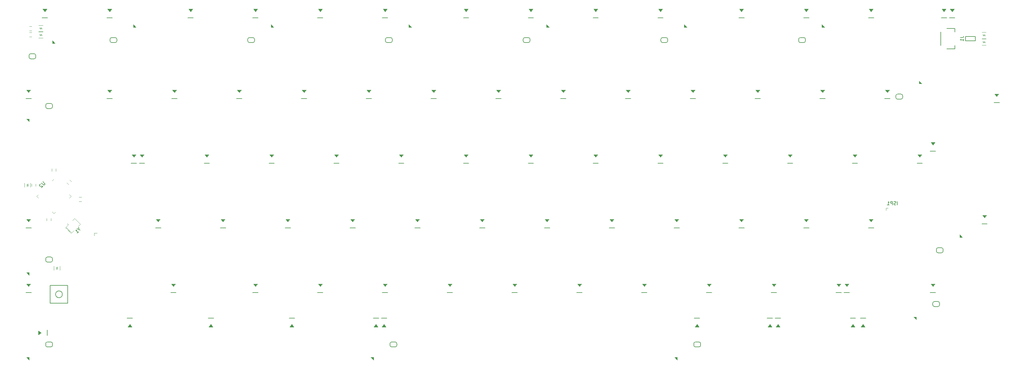
<source format=gbr>
%TF.GenerationSoftware,KiCad,Pcbnew,(5.1.10)-1*%
%TF.CreationDate,2022-05-03T20:22:29+07:00*%
%TF.ProjectId,75F,3735462e-6b69-4636-9164-5f7063625858,rev?*%
%TF.SameCoordinates,Original*%
%TF.FileFunction,Legend,Bot*%
%TF.FilePolarity,Positive*%
%FSLAX46Y46*%
G04 Gerber Fmt 4.6, Leading zero omitted, Abs format (unit mm)*
G04 Created by KiCad (PCBNEW (5.1.10)-1) date 2022-05-03 20:22:29*
%MOMM*%
%LPD*%
G01*
G04 APERTURE LIST*
%ADD10C,0.150000*%
%ADD11C,0.120000*%
%ADD12C,0.100000*%
G04 APERTURE END LIST*
D10*
%TO.C,SW1*%
X43239178Y-104854177D02*
X43239178Y-110054177D01*
X43239178Y-110054177D02*
X48439178Y-110054177D01*
X48439178Y-110054177D02*
X48439178Y-104854177D01*
X48439178Y-104854177D02*
X43239178Y-104854177D01*
X46839178Y-107454177D02*
G75*
G03*
X46839178Y-107454177I-1000000J0D01*
G01*
D11*
%TO.C,ISP1*%
X288905889Y-82073960D02*
X288905889Y-82708960D01*
X289540889Y-82073960D02*
X288905889Y-82073960D01*
%TO.C,R5*%
X46123864Y-100315095D02*
X46123864Y-99115095D01*
X44363864Y-99115095D02*
X44363864Y-100315095D01*
D12*
X45043864Y-99865095D02*
X45443864Y-99965095D01*
X45443864Y-99765095D02*
X45043864Y-99865095D01*
X45443864Y-99565095D02*
X45043864Y-99665095D01*
X45443864Y-99365095D02*
X45043864Y-99465095D01*
X45043864Y-99465095D02*
X45443864Y-99565095D01*
X45443864Y-99965095D02*
X45043864Y-100065095D01*
X45043864Y-99665095D02*
X45443864Y-99765095D01*
D11*
%TO.C,RGB14*%
X57031250Y-89425000D02*
X56181250Y-89425000D01*
X56181250Y-89425000D02*
X56181250Y-90175000D01*
D10*
%TO.C,D75*%
X280002266Y-114481544D02*
X278402266Y-114481544D01*
D12*
G36*
X279202266Y-116281544D02*
G01*
X278602266Y-117081544D01*
X279802266Y-117081544D01*
X279202266Y-116281544D01*
G37*
X279202266Y-116281544D02*
X278602266Y-117081544D01*
X279802266Y-117081544D01*
X279202266Y-116281544D01*
D10*
%TO.C,D11*%
X67475168Y-114481544D02*
X65875168Y-114481544D01*
D12*
G36*
X66675168Y-116281544D02*
G01*
X66075168Y-117081544D01*
X67275168Y-117081544D01*
X66675168Y-116281544D01*
G37*
X66675168Y-116281544D02*
X66075168Y-117081544D01*
X67275168Y-117081544D01*
X66675168Y-116281544D01*
D10*
%TO.C,D65*%
X255594392Y-114481544D02*
X253994392Y-114481544D01*
D12*
G36*
X254794392Y-116281544D02*
G01*
X254194392Y-117081544D01*
X255394392Y-117081544D01*
X254794392Y-116281544D01*
G37*
X254794392Y-116281544D02*
X254194392Y-117081544D01*
X255394392Y-117081544D01*
X254794392Y-116281544D01*
D10*
%TO.C,D4*%
X36109468Y-106975264D02*
X37709468Y-106975264D01*
D12*
G36*
X36909468Y-105175264D02*
G01*
X37509468Y-104375264D01*
X36309468Y-104375264D01*
X36909468Y-105175264D01*
G37*
X36909468Y-105175264D02*
X37509468Y-104375264D01*
X36309468Y-104375264D01*
X36909468Y-105175264D01*
D10*
%TO.C,D66*%
X139805819Y-114481544D02*
X138205819Y-114481544D01*
D12*
G36*
X139005819Y-116281544D02*
G01*
X138405819Y-117081544D01*
X139605819Y-117081544D01*
X139005819Y-116281544D01*
G37*
X139005819Y-116281544D02*
X138405819Y-117081544D01*
X139605819Y-117081544D01*
X139005819Y-116281544D01*
D10*
%TO.C,D5*%
X42383695Y-119565143D02*
X42383695Y-117965143D01*
D12*
G36*
X40583695Y-118765143D02*
G01*
X39783695Y-118165143D01*
X39783695Y-119365143D01*
X40583695Y-118765143D01*
G37*
X40583695Y-118765143D02*
X39783695Y-118165143D01*
X39783695Y-119365143D01*
X40583695Y-118765143D01*
D10*
%TO.C,D81*%
X282978836Y-114481544D02*
X281378836Y-114481544D01*
D12*
G36*
X282178836Y-116281544D02*
G01*
X281578836Y-117081544D01*
X282778836Y-117081544D01*
X282178836Y-116281544D01*
G37*
X282178836Y-116281544D02*
X281578836Y-117081544D01*
X282778836Y-117081544D01*
X282178836Y-116281544D01*
D10*
%TO.C,D83*%
X276616324Y-106975264D02*
X278216324Y-106975264D01*
D12*
G36*
X277416324Y-105175264D02*
G01*
X278016324Y-104375264D01*
X276816324Y-104375264D01*
X277416324Y-105175264D01*
G37*
X277416324Y-105175264D02*
X278016324Y-104375264D01*
X276816324Y-104375264D01*
X277416324Y-105175264D01*
D10*
%TO.C,D17*%
X91287728Y-114481544D02*
X89687728Y-114481544D01*
D12*
G36*
X90487728Y-116281544D02*
G01*
X89887728Y-117081544D01*
X91087728Y-117081544D01*
X90487728Y-116281544D01*
G37*
X90487728Y-116281544D02*
X89887728Y-117081544D01*
X91087728Y-117081544D01*
X90487728Y-116281544D01*
D10*
%TO.C,D23*%
X115100288Y-114481544D02*
X113500288Y-114481544D01*
D12*
G36*
X114300288Y-116281544D02*
G01*
X113700288Y-117081544D01*
X114900288Y-117081544D01*
X114300288Y-116281544D01*
G37*
X114300288Y-116281544D02*
X113700288Y-117081544D01*
X114900288Y-117081544D01*
X114300288Y-116281544D01*
D10*
%TO.C,D84*%
X301917169Y-106975264D02*
X303517169Y-106975264D01*
D12*
G36*
X302717169Y-105175264D02*
G01*
X303317169Y-104375264D01*
X302117169Y-104375264D01*
X302717169Y-105175264D01*
G37*
X302717169Y-105175264D02*
X303317169Y-104375264D01*
X302117169Y-104375264D01*
X302717169Y-105175264D01*
D10*
%TO.C,D80*%
X234163088Y-114481544D02*
X232563088Y-114481544D01*
D12*
G36*
X233363088Y-116281544D02*
G01*
X232763088Y-117081544D01*
X233963088Y-117081544D01*
X233363088Y-116281544D01*
G37*
X233363088Y-116281544D02*
X232763088Y-117081544D01*
X233963088Y-117081544D01*
X233363088Y-116281544D01*
D10*
%TO.C,D77*%
X320669560Y-51015748D02*
X322269560Y-51015748D01*
D12*
G36*
X321469560Y-49215748D02*
G01*
X322069560Y-48415748D01*
X320869560Y-48415748D01*
X321469560Y-49215748D01*
G37*
X321469560Y-49215748D02*
X322069560Y-48415748D01*
X320869560Y-48415748D01*
X321469560Y-49215748D01*
D10*
%TO.C,D71*%
X257975648Y-114481544D02*
X256375648Y-114481544D01*
D12*
G36*
X257175648Y-116281544D02*
G01*
X256575648Y-117081544D01*
X257775648Y-117081544D01*
X257175648Y-116281544D01*
G37*
X257175648Y-116281544D02*
X256575648Y-117081544D01*
X257775648Y-117081544D01*
X257175648Y-116281544D01*
D10*
%TO.C,D39*%
X142187075Y-114481544D02*
X140587075Y-114481544D01*
D12*
G36*
X141387075Y-116281544D02*
G01*
X140787075Y-117081544D01*
X141987075Y-117081544D01*
X141387075Y-116281544D01*
G37*
X141387075Y-116281544D02*
X140787075Y-117081544D01*
X141987075Y-117081544D01*
X141387075Y-116281544D01*
D10*
%TO.C,U1*%
X315180478Y-31496956D02*
X315180478Y-32796956D01*
X312280478Y-31496956D02*
X315180478Y-31496956D01*
X312280478Y-32796956D02*
X312280478Y-31496956D01*
X312280478Y-32796956D02*
X315180478Y-32796956D01*
D11*
%TO.C,Y1*%
X48026477Y-88062029D02*
X47743634Y-87779186D01*
X48167898Y-87920608D02*
X47885056Y-87637765D01*
X50713483Y-85375023D02*
X50430640Y-85092181D01*
X49440691Y-89476243D02*
X48026477Y-88062029D01*
X48592162Y-86930658D02*
X48309320Y-86647816D01*
X48592162Y-86930658D02*
X47885056Y-87637765D01*
X48167898Y-87920608D02*
X49582112Y-89334821D01*
X49582112Y-89334821D02*
X50289219Y-88627715D01*
X51562011Y-87354922D02*
X52127696Y-86789237D01*
X52127696Y-86789237D02*
X50713483Y-85375023D01*
X50430640Y-85092181D02*
X49864955Y-85657866D01*
D12*
%TO.C,R2*%
X40531420Y-28870435D02*
X40431420Y-29270435D01*
X40231420Y-29270435D02*
X40131420Y-28870435D01*
X40731420Y-28870435D02*
X40631420Y-29270435D01*
X40831420Y-29270435D02*
X40731420Y-28870435D01*
X40631420Y-29270435D02*
X40531420Y-28870435D01*
X40431420Y-29270435D02*
X40331420Y-28870435D01*
X40331420Y-28870435D02*
X40231420Y-29270435D01*
D11*
X41081420Y-28190435D02*
X39881420Y-28190435D01*
X39881420Y-29950435D02*
X41081420Y-29950435D01*
%TO.C,R1*%
X41081420Y-30176380D02*
X39881420Y-30176380D01*
X39881420Y-31936380D02*
X41081420Y-31936380D01*
D12*
X40631420Y-31256380D02*
X40731420Y-30856380D01*
X40531420Y-30856380D02*
X40631420Y-31256380D01*
X40331420Y-30856380D02*
X40431420Y-31256380D01*
X40131420Y-30856380D02*
X40231420Y-31256380D01*
X40231420Y-31256380D02*
X40331420Y-30856380D01*
X40731420Y-30856380D02*
X40831420Y-31256380D01*
X40431420Y-31256380D02*
X40531420Y-30856380D01*
D11*
%TO.C,C9*%
X37154845Y-29770435D02*
X37854845Y-29770435D01*
X37854845Y-28570435D02*
X37154845Y-28570435D01*
%TO.C,C8*%
X37854845Y-30356380D02*
X37154845Y-30356380D01*
X37154845Y-31556380D02*
X37854845Y-31556380D01*
D10*
%TO.C,D20*%
X107547330Y-68875280D02*
X109147330Y-68875280D01*
D12*
G36*
X108347330Y-67075280D02*
G01*
X108947330Y-66275280D01*
X107747330Y-66275280D01*
X108347330Y-67075280D01*
G37*
X108347330Y-67075280D02*
X108947330Y-66275280D01*
X107747330Y-66275280D01*
X108347330Y-67075280D01*
D10*
%TO.C,D15*%
X93259770Y-87925360D02*
X94859770Y-87925360D01*
D12*
G36*
X94059770Y-86125360D02*
G01*
X94659770Y-85325360D01*
X93459770Y-85325360D01*
X94059770Y-86125360D01*
G37*
X94059770Y-86125360D02*
X94659770Y-85325360D01*
X93459770Y-85325360D01*
X94059770Y-86125360D01*
D10*
%TO.C,D37*%
X169460090Y-87925360D02*
X171060090Y-87925360D01*
D12*
G36*
X170260090Y-86125360D02*
G01*
X170860090Y-85325360D01*
X169660090Y-85325360D01*
X170260090Y-86125360D01*
G37*
X170260090Y-86125360D02*
X170860090Y-85325360D01*
X169660090Y-85325360D01*
X170260090Y-86125360D01*
D10*
%TO.C,D52*%
X221847810Y-68875280D02*
X223447810Y-68875280D01*
D12*
G36*
X222647810Y-67075280D02*
G01*
X223247810Y-66275280D01*
X222047810Y-66275280D01*
X222647810Y-67075280D01*
G37*
X222647810Y-67075280D02*
X223247810Y-66275280D01*
X222047810Y-66275280D01*
X222647810Y-67075280D01*
D10*
%TO.C,D54*%
X236135370Y-106975440D02*
X237735370Y-106975440D01*
D12*
G36*
X236935370Y-105175440D02*
G01*
X237535370Y-104375440D01*
X236335370Y-104375440D01*
X236935370Y-105175440D01*
G37*
X236935370Y-105175440D02*
X237535370Y-104375440D01*
X236335370Y-104375440D01*
X236935370Y-105175440D01*
D10*
%TO.C,D31*%
X145647490Y-68875280D02*
X147247490Y-68875280D01*
D12*
G36*
X146447490Y-67075280D02*
G01*
X147047490Y-66275280D01*
X145847490Y-66275280D01*
X146447490Y-67075280D01*
G37*
X146447490Y-67075280D02*
X147047490Y-66275280D01*
X145847490Y-66275280D01*
X146447490Y-67075280D01*
D10*
%TO.C,D38*%
X178985130Y-106975440D02*
X180585130Y-106975440D01*
D12*
G36*
X179785130Y-105175440D02*
G01*
X180385130Y-104375440D01*
X179185130Y-104375440D01*
X179785130Y-105175440D01*
G37*
X179785130Y-105175440D02*
X180385130Y-104375440D01*
X179185130Y-104375440D01*
X179785130Y-105175440D01*
D10*
%TO.C,D49*%
X217085290Y-106975440D02*
X218685290Y-106975440D01*
D12*
G36*
X217885290Y-105175440D02*
G01*
X218485290Y-104375440D01*
X217285290Y-104375440D01*
X217885290Y-105175440D01*
G37*
X217885290Y-105175440D02*
X218485290Y-104375440D01*
X217285290Y-104375440D01*
X217885290Y-105175440D01*
D11*
%TO.C,C5*%
X52439975Y-78874419D02*
X51739975Y-78874419D01*
X51739975Y-80074419D02*
X52439975Y-80074419D01*
D10*
%TO.C,D9*%
X74209690Y-87925360D02*
X75809690Y-87925360D01*
D12*
G36*
X75009690Y-86125360D02*
G01*
X75609690Y-85325360D01*
X74409690Y-85325360D01*
X75009690Y-86125360D01*
G37*
X75009690Y-86125360D02*
X75609690Y-85325360D01*
X74409690Y-85325360D01*
X75009690Y-86125360D01*
D10*
%TO.C,D2*%
X69446875Y-68875000D02*
X71046875Y-68875000D01*
D12*
G36*
X70246875Y-67075000D02*
G01*
X70846875Y-66275000D01*
X69646875Y-66275000D01*
X70246875Y-67075000D01*
G37*
X70246875Y-67075000D02*
X70846875Y-66275000D01*
X69646875Y-66275000D01*
X70246875Y-67075000D01*
D11*
%TO.C,C6*%
X49487499Y-74237473D02*
X48992525Y-73742499D01*
X48143997Y-74591027D02*
X48638971Y-75086001D01*
D10*
%TO.C,D3*%
X36109468Y-87925216D02*
X37709468Y-87925216D01*
D12*
G36*
X36909468Y-86125216D02*
G01*
X37509468Y-85325216D01*
X36309468Y-85325216D01*
X36909468Y-86125216D01*
G37*
X36909468Y-86125216D02*
X37509468Y-85325216D01*
X36309468Y-85325216D01*
X36909468Y-86125216D01*
D10*
%TO.C,D14*%
X88497250Y-68875280D02*
X90097250Y-68875280D01*
D12*
G36*
X89297250Y-67075280D02*
G01*
X89897250Y-66275280D01*
X88697250Y-66275280D01*
X89297250Y-67075280D01*
G37*
X89297250Y-67075280D02*
X89897250Y-66275280D01*
X88697250Y-66275280D01*
X89297250Y-67075280D01*
D10*
%TO.C,D27*%
X131359930Y-87925360D02*
X132959930Y-87925360D01*
D12*
G36*
X132159930Y-86125360D02*
G01*
X132759930Y-85325360D01*
X131559930Y-85325360D01*
X132159930Y-86125360D01*
G37*
X132159930Y-86125360D02*
X132759930Y-85325360D01*
X131559930Y-85325360D01*
X132159930Y-86125360D01*
D11*
%TO.C,C1*%
X43750893Y-70492366D02*
X43750893Y-71192366D01*
X44950893Y-71192366D02*
X44950893Y-70492366D01*
%TO.C,C7*%
X37797753Y-74957221D02*
X37797753Y-75657221D01*
X38997753Y-75657221D02*
X38997753Y-74957221D01*
D10*
%TO.C,D10*%
X78674419Y-106975264D02*
X80274419Y-106975264D01*
D12*
G36*
X79474419Y-105175264D02*
G01*
X80074419Y-104375264D01*
X78874419Y-104375264D01*
X79474419Y-105175264D01*
G37*
X79474419Y-105175264D02*
X80074419Y-104375264D01*
X78874419Y-104375264D01*
X79474419Y-105175264D01*
D10*
%TO.C,D26*%
X126597410Y-68875280D02*
X128197410Y-68875280D01*
D12*
G36*
X127397410Y-67075280D02*
G01*
X127997410Y-66275280D01*
X126797410Y-66275280D01*
X127397410Y-67075280D01*
G37*
X127397410Y-67075280D02*
X127997410Y-66275280D01*
X126797410Y-66275280D01*
X127397410Y-67075280D01*
D10*
%TO.C,D32*%
X150410010Y-87925360D02*
X152010010Y-87925360D01*
D12*
G36*
X151210010Y-86125360D02*
G01*
X151810010Y-85325360D01*
X150610010Y-85325360D01*
X151210010Y-86125360D01*
G37*
X151210010Y-86125360D02*
X151810010Y-85325360D01*
X150610010Y-85325360D01*
X151210010Y-86125360D01*
D10*
%TO.C,D33*%
X159935050Y-106975440D02*
X161535050Y-106975440D01*
D12*
G36*
X160735050Y-105175440D02*
G01*
X161335050Y-104375440D01*
X160135050Y-104375440D01*
X160735050Y-105175440D01*
G37*
X160735050Y-105175440D02*
X161335050Y-104375440D01*
X160135050Y-104375440D01*
X160735050Y-105175440D01*
D10*
%TO.C,D42*%
X183747650Y-68875280D02*
X185347650Y-68875280D01*
D12*
G36*
X184547650Y-67075280D02*
G01*
X185147650Y-66275280D01*
X183947650Y-66275280D01*
X184547650Y-67075280D01*
G37*
X184547650Y-67075280D02*
X185147650Y-66275280D01*
X183947650Y-66275280D01*
X184547650Y-67075280D01*
D10*
%TO.C,D43*%
X188510170Y-87925360D02*
X190110170Y-87925360D01*
D12*
G36*
X189310170Y-86125360D02*
G01*
X189910170Y-85325360D01*
X188710170Y-85325360D01*
X189310170Y-86125360D01*
G37*
X189310170Y-86125360D02*
X189910170Y-85325360D01*
X188710170Y-85325360D01*
X189310170Y-86125360D01*
D10*
%TO.C,D36*%
X164697570Y-68875280D02*
X166297570Y-68875280D01*
D12*
G36*
X165497570Y-67075280D02*
G01*
X166097570Y-66275280D01*
X164897570Y-66275280D01*
X165497570Y-67075280D01*
G37*
X165497570Y-67075280D02*
X166097570Y-66275280D01*
X164897570Y-66275280D01*
X165497570Y-67075280D01*
D11*
%TO.C,C4*%
X43462608Y-85777559D02*
X43462608Y-85077559D01*
X42262608Y-85077559D02*
X42262608Y-85777559D01*
D10*
%TO.C,D1*%
X36109530Y-49825200D02*
X37709530Y-49825200D01*
D12*
G36*
X36909530Y-48025200D02*
G01*
X37509530Y-47225200D01*
X36309530Y-47225200D01*
X36909530Y-48025200D01*
G37*
X36909530Y-48025200D02*
X37509530Y-47225200D01*
X36309530Y-47225200D01*
X36909530Y-48025200D01*
D10*
%TO.C,D8*%
X67065625Y-68875000D02*
X68665625Y-68875000D01*
D12*
G36*
X67865625Y-67075000D02*
G01*
X68465625Y-66275000D01*
X67265625Y-66275000D01*
X67865625Y-67075000D01*
G37*
X67865625Y-67075000D02*
X68465625Y-66275000D01*
X67265625Y-66275000D01*
X67865625Y-67075000D01*
D10*
%TO.C,D16*%
X102784810Y-106975440D02*
X104384810Y-106975440D01*
D12*
G36*
X103584810Y-105175440D02*
G01*
X104184810Y-104375440D01*
X102984810Y-104375440D01*
X103584810Y-105175440D01*
G37*
X103584810Y-105175440D02*
X104184810Y-104375440D01*
X102984810Y-104375440D01*
X103584810Y-105175440D01*
D10*
%TO.C,D21*%
X112309850Y-87925360D02*
X113909850Y-87925360D01*
D12*
G36*
X113109850Y-86125360D02*
G01*
X113709850Y-85325360D01*
X112509850Y-85325360D01*
X113109850Y-86125360D01*
G37*
X113109850Y-86125360D02*
X113709850Y-85325360D01*
X112509850Y-85325360D01*
X113109850Y-86125360D01*
D10*
%TO.C,D22*%
X121834890Y-106975440D02*
X123434890Y-106975440D01*
D12*
G36*
X122634890Y-105175440D02*
G01*
X123234890Y-104375440D01*
X122034890Y-104375440D01*
X122634890Y-105175440D01*
G37*
X122634890Y-105175440D02*
X123234890Y-104375440D01*
X122034890Y-104375440D01*
X122634890Y-105175440D01*
D10*
%TO.C,D28*%
X140884970Y-106975440D02*
X142484970Y-106975440D01*
D12*
G36*
X141684970Y-105175440D02*
G01*
X142284970Y-104375440D01*
X141084970Y-104375440D01*
X141684970Y-105175440D01*
G37*
X141684970Y-105175440D02*
X142284970Y-104375440D01*
X141084970Y-104375440D01*
X141684970Y-105175440D01*
D10*
%TO.C,D44*%
X198035210Y-106975440D02*
X199635210Y-106975440D01*
D12*
G36*
X198835210Y-105175440D02*
G01*
X199435210Y-104375440D01*
X198235210Y-104375440D01*
X198835210Y-105175440D01*
G37*
X198835210Y-105175440D02*
X199435210Y-104375440D01*
X198235210Y-104375440D01*
X198835210Y-105175440D01*
D10*
%TO.C,D47*%
X202797730Y-68875280D02*
X204397730Y-68875280D01*
D12*
G36*
X203597730Y-67075280D02*
G01*
X204197730Y-66275280D01*
X202997730Y-66275280D01*
X203597730Y-67075280D01*
G37*
X203597730Y-67075280D02*
X204197730Y-66275280D01*
X202997730Y-66275280D01*
X203597730Y-67075280D01*
D10*
%TO.C,D48*%
X207560250Y-87925360D02*
X209160250Y-87925360D01*
D12*
G36*
X208360250Y-86125360D02*
G01*
X208960250Y-85325360D01*
X207760250Y-85325360D01*
X208360250Y-86125360D01*
G37*
X208360250Y-86125360D02*
X208960250Y-85325360D01*
X207760250Y-85325360D01*
X208360250Y-86125360D01*
D10*
%TO.C,D53*%
X226610330Y-87925360D02*
X228210330Y-87925360D01*
D12*
G36*
X227410330Y-86125360D02*
G01*
X228010330Y-85325360D01*
X226810330Y-85325360D01*
X227410330Y-86125360D01*
G37*
X227410330Y-86125360D02*
X228010330Y-85325360D01*
X226810330Y-85325360D01*
X227410330Y-86125360D01*
D10*
%TO.C,D58*%
X245660410Y-87925360D02*
X247260410Y-87925360D01*
D12*
G36*
X246460410Y-86125360D02*
G01*
X247060410Y-85325360D01*
X245860410Y-85325360D01*
X246460410Y-86125360D01*
G37*
X246460410Y-86125360D02*
X247060410Y-85325360D01*
X245860410Y-85325360D01*
X246460410Y-86125360D01*
D10*
%TO.C,D64*%
X274235530Y-106975440D02*
X275835530Y-106975440D01*
D12*
G36*
X275035530Y-105175440D02*
G01*
X275635530Y-104375440D01*
X274435530Y-104375440D01*
X275035530Y-105175440D01*
G37*
X275035530Y-105175440D02*
X275635530Y-104375440D01*
X274435530Y-104375440D01*
X275035530Y-105175440D01*
D10*
%TO.C,D69*%
X278998050Y-68875280D02*
X280598050Y-68875280D01*
D12*
G36*
X279798050Y-67075280D02*
G01*
X280398050Y-66275280D01*
X279198050Y-66275280D01*
X279798050Y-67075280D01*
G37*
X279798050Y-67075280D02*
X280398050Y-66275280D01*
X279198050Y-66275280D01*
X279798050Y-67075280D01*
D10*
%TO.C,D59*%
X255185450Y-106975440D02*
X256785450Y-106975440D01*
D12*
G36*
X255985450Y-105175440D02*
G01*
X256585450Y-104375440D01*
X255385450Y-104375440D01*
X255985450Y-105175440D01*
G37*
X255985450Y-105175440D02*
X256585450Y-104375440D01*
X255385450Y-104375440D01*
X255985450Y-105175440D01*
D10*
%TO.C,D63*%
X264710490Y-87925360D02*
X266310490Y-87925360D01*
D12*
G36*
X265510490Y-86125360D02*
G01*
X266110490Y-85325360D01*
X264910490Y-85325360D01*
X265510490Y-86125360D01*
G37*
X265510490Y-86125360D02*
X266110490Y-85325360D01*
X264910490Y-85325360D01*
X265510490Y-86125360D01*
D10*
%TO.C,D70*%
X283760570Y-87925360D02*
X285360570Y-87925360D01*
D12*
G36*
X284560570Y-86125360D02*
G01*
X285160570Y-85325360D01*
X283960570Y-85325360D01*
X284560570Y-86125360D01*
G37*
X284560570Y-86125360D02*
X285160570Y-85325360D01*
X283960570Y-85325360D01*
X284560570Y-86125360D01*
D10*
%TO.C,D74*%
X298048130Y-68875280D02*
X299648130Y-68875280D01*
D12*
G36*
X298848130Y-67075280D02*
G01*
X299448130Y-66275280D01*
X298248130Y-66275280D01*
X298848130Y-67075280D01*
G37*
X298848130Y-67075280D02*
X299448130Y-66275280D01*
X298248130Y-66275280D01*
X298848130Y-67075280D01*
D10*
%TO.C,D78*%
X301917169Y-65303284D02*
X303517169Y-65303284D01*
D12*
G36*
X302717169Y-63503284D02*
G01*
X303317169Y-62703284D01*
X302117169Y-62703284D01*
X302717169Y-63503284D01*
G37*
X302717169Y-63503284D02*
X303317169Y-62703284D01*
X302117169Y-62703284D01*
X302717169Y-63503284D01*
D10*
%TO.C,D79*%
X317098210Y-86734730D02*
X318698210Y-86734730D01*
D12*
G36*
X317898210Y-84934730D02*
G01*
X318498210Y-84134730D01*
X317298210Y-84134730D01*
X317898210Y-84934730D01*
G37*
X317898210Y-84934730D02*
X318498210Y-84134730D01*
X317298210Y-84134730D01*
X317898210Y-84934730D01*
%TO.C,D82*%
G36*
X41672050Y-24212600D02*
G01*
X42272050Y-23412600D01*
X41072050Y-23412600D01*
X41672050Y-24212600D01*
G37*
X41672050Y-24212600D02*
X42272050Y-23412600D01*
X41072050Y-23412600D01*
X41672050Y-24212600D01*
D10*
X40872050Y-26012600D02*
X42472050Y-26012600D01*
%TO.C,D62*%
X259947970Y-68875280D02*
X261547970Y-68875280D01*
D12*
G36*
X260747970Y-67075280D02*
G01*
X261347970Y-66275280D01*
X260147970Y-66275280D01*
X260747970Y-67075280D01*
G37*
X260747970Y-67075280D02*
X261347970Y-66275280D01*
X260147970Y-66275280D01*
X260747970Y-67075280D01*
D10*
%TO.C,D57*%
X240897890Y-68875280D02*
X242497890Y-68875280D01*
D12*
G36*
X241697890Y-67075280D02*
G01*
X242297890Y-66275280D01*
X241097890Y-66275280D01*
X241697890Y-67075280D01*
G37*
X241697890Y-67075280D02*
X242297890Y-66275280D01*
X241097890Y-66275280D01*
X241697890Y-67075280D01*
%TO.C,R4*%
X317780478Y-32946956D02*
X317680478Y-33346956D01*
X317480478Y-33346956D02*
X317380478Y-32946956D01*
X317980478Y-32946956D02*
X317880478Y-33346956D01*
X318080478Y-33346956D02*
X317980478Y-32946956D01*
X317880478Y-33346956D02*
X317780478Y-32946956D01*
X317680478Y-33346956D02*
X317580478Y-32946956D01*
X317580478Y-32946956D02*
X317480478Y-33346956D01*
D11*
X318330478Y-32266956D02*
X317130478Y-32266956D01*
X317130478Y-34026956D02*
X318330478Y-34026956D01*
D10*
%TO.C,RGB8*%
X143634970Y-122975520D02*
X144634970Y-122975520D01*
X145134970Y-122475520D02*
X145134970Y-121975520D01*
X144634970Y-121475520D02*
X143634970Y-121475520D01*
X143134970Y-121975520D02*
X143134970Y-122475520D01*
D12*
G36*
X137484970Y-126025520D02*
G01*
X138284970Y-126025520D01*
X138284970Y-126825520D01*
X137484970Y-126025520D01*
G37*
X137484970Y-126025520D02*
X138284970Y-126025520D01*
X138284970Y-126825520D01*
X137484970Y-126025520D01*
D10*
X144634970Y-122975520D02*
G75*
G03*
X145134970Y-122475520I0J500000D01*
G01*
X143134970Y-122475520D02*
G75*
G03*
X143634970Y-122975520I500000J0D01*
G01*
X143634970Y-121475520D02*
G75*
G03*
X143134970Y-121975520I0J-500000D01*
G01*
X145134970Y-121975520D02*
G75*
G03*
X144634970Y-121475520I-500000J0D01*
G01*
%TO.C,RGB15*%
X293326240Y-48475200D02*
X292326240Y-48475200D01*
X291826240Y-48975200D02*
X291826240Y-49475200D01*
X292326240Y-49975200D02*
X293326240Y-49975200D01*
X293826240Y-49475200D02*
X293826240Y-48975200D01*
D12*
G36*
X299476240Y-45425200D02*
G01*
X298676240Y-45425200D01*
X298676240Y-44625200D01*
X299476240Y-45425200D01*
G37*
X299476240Y-45425200D02*
X298676240Y-45425200D01*
X298676240Y-44625200D01*
X299476240Y-45425200D01*
D10*
X292326240Y-48475200D02*
G75*
G03*
X291826240Y-48975200I0J-500000D01*
G01*
X293826240Y-48975200D02*
G75*
G03*
X293326240Y-48475200I-500000J0D01*
G01*
X293326240Y-49975200D02*
G75*
G03*
X293826240Y-49475200I0J500000D01*
G01*
X291826240Y-49475200D02*
G75*
G03*
X292326240Y-49975200I500000J0D01*
G01*
%TO.C,RGB16*%
X305232540Y-93719140D02*
X304232540Y-93719140D01*
X303732540Y-94219140D02*
X303732540Y-94719140D01*
X304232540Y-95219140D02*
X305232540Y-95219140D01*
X305732540Y-94719140D02*
X305732540Y-94219140D01*
D12*
G36*
X311382540Y-90669140D02*
G01*
X310582540Y-90669140D01*
X310582540Y-89869140D01*
X311382540Y-90669140D01*
G37*
X311382540Y-90669140D02*
X310582540Y-90669140D01*
X310582540Y-89869140D01*
X311382540Y-90669140D01*
D10*
X304232540Y-93719140D02*
G75*
G03*
X303732540Y-94219140I0J-500000D01*
G01*
X305732540Y-94219140D02*
G75*
G03*
X305232540Y-93719140I-500000J0D01*
G01*
X305232540Y-95219140D02*
G75*
G03*
X305732540Y-94719140I0J500000D01*
G01*
X303732540Y-94719140D02*
G75*
G03*
X304232540Y-95219140I500000J0D01*
G01*
D12*
%TO.C,R3*%
X317780478Y-30946956D02*
X317680478Y-31346956D01*
X317480478Y-31346956D02*
X317380478Y-30946956D01*
X317980478Y-30946956D02*
X317880478Y-31346956D01*
X318080478Y-31346956D02*
X317980478Y-30946956D01*
X317880478Y-31346956D02*
X317780478Y-30946956D01*
X317680478Y-31346956D02*
X317580478Y-30946956D01*
X317580478Y-30946956D02*
X317480478Y-31346956D01*
D11*
X318330478Y-30266956D02*
X317130478Y-30266956D01*
X317130478Y-32026956D02*
X318330478Y-32026956D01*
D12*
%TO.C,R6*%
X36411811Y-75257221D02*
X36811811Y-75357221D01*
X36811811Y-75557221D02*
X36411811Y-75657221D01*
X36411811Y-75057221D02*
X36811811Y-75157221D01*
X36811811Y-74957221D02*
X36411811Y-75057221D01*
X36811811Y-75157221D02*
X36411811Y-75257221D01*
X36811811Y-75357221D02*
X36411811Y-75457221D01*
X36411811Y-75457221D02*
X36811811Y-75557221D01*
D11*
X35731811Y-74707221D02*
X35731811Y-75907221D01*
X37491811Y-75907221D02*
X37491811Y-74707221D01*
D10*
%TO.C,RGB6*%
X42431420Y-122975520D02*
X43431420Y-122975520D01*
X43931420Y-122475520D02*
X43931420Y-121975520D01*
X43431420Y-121475520D02*
X42431420Y-121475520D01*
X41931420Y-121975520D02*
X41931420Y-122475520D01*
D12*
G36*
X36281420Y-126025520D02*
G01*
X37081420Y-126025520D01*
X37081420Y-126825520D01*
X36281420Y-126025520D01*
G37*
X36281420Y-126025520D02*
X37081420Y-126025520D01*
X37081420Y-126825520D01*
X36281420Y-126025520D01*
D10*
X43431420Y-122975520D02*
G75*
G03*
X43931420Y-122475520I0J500000D01*
G01*
X41931420Y-122475520D02*
G75*
G03*
X42431420Y-122975520I500000J0D01*
G01*
X42431420Y-121475520D02*
G75*
G03*
X41931420Y-121975520I0J-500000D01*
G01*
X43931420Y-121975520D02*
G75*
G03*
X43431420Y-121475520I-500000J0D01*
G01*
%TO.C,RGB10*%
X232932220Y-122975520D02*
X233932220Y-122975520D01*
X234432220Y-122475520D02*
X234432220Y-121975520D01*
X233932220Y-121475520D02*
X232932220Y-121475520D01*
X232432220Y-121975520D02*
X232432220Y-122475520D01*
D12*
G36*
X226782220Y-126025520D02*
G01*
X227582220Y-126025520D01*
X227582220Y-126825520D01*
X226782220Y-126025520D01*
G37*
X226782220Y-126025520D02*
X227582220Y-126025520D01*
X227582220Y-126825520D01*
X226782220Y-126025520D01*
D10*
X233932220Y-122975520D02*
G75*
G03*
X234432220Y-122475520I0J500000D01*
G01*
X232432220Y-122475520D02*
G75*
G03*
X232932220Y-122975520I500000J0D01*
G01*
X232932220Y-121475520D02*
G75*
G03*
X232432220Y-121975520I0J-500000D01*
G01*
X234432220Y-121975520D02*
G75*
G03*
X233932220Y-121475520I-500000J0D01*
G01*
D12*
%TO.C,RGB4*%
G36*
X36281420Y-101022290D02*
G01*
X37081420Y-101022290D01*
X37081420Y-101822290D01*
X36281420Y-101022290D01*
G37*
X36281420Y-101022290D02*
X37081420Y-101022290D01*
X37081420Y-101822290D01*
X36281420Y-101022290D01*
D10*
X41931420Y-96972290D02*
X41931420Y-97472290D01*
X43431420Y-96472290D02*
X42431420Y-96472290D01*
X43931420Y-97472290D02*
X43931420Y-96972290D01*
X42431420Y-97972290D02*
X43431420Y-97972290D01*
X43931420Y-96972290D02*
G75*
G03*
X43431420Y-96472290I-500000J0D01*
G01*
X42431420Y-96472290D02*
G75*
G03*
X41931420Y-96972290I0J-500000D01*
G01*
X41931420Y-97472290D02*
G75*
G03*
X42431420Y-97972290I500000J0D01*
G01*
X43431420Y-97972290D02*
G75*
G03*
X43931420Y-97472290I0J500000D01*
G01*
%TO.C,RGB12*%
X303179390Y-111069220D02*
X304179390Y-111069220D01*
X304679390Y-110569220D02*
X304679390Y-110069220D01*
X304179390Y-109569220D02*
X303179390Y-109569220D01*
X302679390Y-110069220D02*
X302679390Y-110569220D01*
D12*
G36*
X297029390Y-114119220D02*
G01*
X297829390Y-114119220D01*
X297829390Y-114919220D01*
X297029390Y-114119220D01*
G37*
X297029390Y-114119220D02*
X297829390Y-114119220D01*
X297829390Y-114919220D01*
X297029390Y-114119220D01*
D10*
X304179390Y-111069220D02*
G75*
G03*
X304679390Y-110569220I0J500000D01*
G01*
X302679390Y-110569220D02*
G75*
G03*
X303179390Y-111069220I500000J0D01*
G01*
X303179390Y-109569220D02*
G75*
G03*
X302679390Y-110069220I0J-500000D01*
G01*
X304679390Y-110069220D02*
G75*
G03*
X304179390Y-109569220I-500000J0D01*
G01*
%TO.C,RGB2*%
X42431420Y-52728350D02*
X43431420Y-52728350D01*
X43931420Y-52228350D02*
X43931420Y-51728350D01*
X43431420Y-51228350D02*
X42431420Y-51228350D01*
X41931420Y-51728350D02*
X41931420Y-52228350D01*
D12*
G36*
X36281420Y-55778350D02*
G01*
X37081420Y-55778350D01*
X37081420Y-56578350D01*
X36281420Y-55778350D01*
G37*
X36281420Y-55778350D02*
X37081420Y-55778350D01*
X37081420Y-56578350D01*
X36281420Y-55778350D01*
D10*
X43431420Y-52728350D02*
G75*
G03*
X43931420Y-52228350I0J500000D01*
G01*
X41931420Y-52228350D02*
G75*
G03*
X42431420Y-52728350I500000J0D01*
G01*
X42431420Y-51228350D02*
G75*
G03*
X41931420Y-51728350I0J-500000D01*
G01*
X43931420Y-51728350D02*
G75*
G03*
X43431420Y-51228350I-500000J0D01*
G01*
D12*
%TO.C,RGB13*%
G36*
X270900000Y-28756250D02*
G01*
X270100000Y-28756250D01*
X270100000Y-27956250D01*
X270900000Y-28756250D01*
G37*
X270900000Y-28756250D02*
X270100000Y-28756250D01*
X270100000Y-27956250D01*
X270900000Y-28756250D01*
D10*
X265250000Y-32806250D02*
X265250000Y-32306250D01*
X263750000Y-33306250D02*
X264750000Y-33306250D01*
X263250000Y-32306250D02*
X263250000Y-32806250D01*
X264750000Y-31806250D02*
X263750000Y-31806250D01*
X263750000Y-31806250D02*
G75*
G03*
X263250000Y-32306250I0J-500000D01*
G01*
X265250000Y-32306250D02*
G75*
G03*
X264750000Y-31806250I-500000J0D01*
G01*
X264750000Y-33306250D02*
G75*
G03*
X265250000Y-32806250I0J500000D01*
G01*
X263250000Y-32806250D02*
G75*
G03*
X263750000Y-33306250I500000J0D01*
G01*
D12*
%TO.C,RGB11*%
G36*
X230418750Y-28756250D02*
G01*
X229618750Y-28756250D01*
X229618750Y-27956250D01*
X230418750Y-28756250D01*
G37*
X230418750Y-28756250D02*
X229618750Y-28756250D01*
X229618750Y-27956250D01*
X230418750Y-28756250D01*
D10*
X224768750Y-32806250D02*
X224768750Y-32306250D01*
X223268750Y-33306250D02*
X224268750Y-33306250D01*
X222768750Y-32306250D02*
X222768750Y-32806250D01*
X224268750Y-31806250D02*
X223268750Y-31806250D01*
X223268750Y-31806250D02*
G75*
G03*
X222768750Y-32306250I0J-500000D01*
G01*
X224768750Y-32306250D02*
G75*
G03*
X224268750Y-31806250I-500000J0D01*
G01*
X224268750Y-33306250D02*
G75*
G03*
X224768750Y-32806250I0J500000D01*
G01*
X222768750Y-32806250D02*
G75*
G03*
X223268750Y-33306250I500000J0D01*
G01*
D12*
%TO.C,RGB9*%
G36*
X189937500Y-28756250D02*
G01*
X189137500Y-28756250D01*
X189137500Y-27956250D01*
X189937500Y-28756250D01*
G37*
X189937500Y-28756250D02*
X189137500Y-28756250D01*
X189137500Y-27956250D01*
X189937500Y-28756250D01*
D10*
X184287500Y-32806250D02*
X184287500Y-32306250D01*
X182787500Y-33306250D02*
X183787500Y-33306250D01*
X182287500Y-32306250D02*
X182287500Y-32806250D01*
X183787500Y-31806250D02*
X182787500Y-31806250D01*
X182787500Y-31806250D02*
G75*
G03*
X182287500Y-32306250I0J-500000D01*
G01*
X184287500Y-32306250D02*
G75*
G03*
X183787500Y-31806250I-500000J0D01*
G01*
X183787500Y-33306250D02*
G75*
G03*
X184287500Y-32806250I0J500000D01*
G01*
X182287500Y-32806250D02*
G75*
G03*
X182787500Y-33306250I500000J0D01*
G01*
D12*
%TO.C,RGB7*%
G36*
X149456250Y-28756250D02*
G01*
X148656250Y-28756250D01*
X148656250Y-27956250D01*
X149456250Y-28756250D01*
G37*
X149456250Y-28756250D02*
X148656250Y-28756250D01*
X148656250Y-27956250D01*
X149456250Y-28756250D01*
D10*
X143806250Y-32806250D02*
X143806250Y-32306250D01*
X142306250Y-33306250D02*
X143306250Y-33306250D01*
X141806250Y-32306250D02*
X141806250Y-32806250D01*
X143306250Y-31806250D02*
X142306250Y-31806250D01*
X142306250Y-31806250D02*
G75*
G03*
X141806250Y-32306250I0J-500000D01*
G01*
X143806250Y-32306250D02*
G75*
G03*
X143306250Y-31806250I-500000J0D01*
G01*
X143306250Y-33306250D02*
G75*
G03*
X143806250Y-32806250I0J500000D01*
G01*
X141806250Y-32806250D02*
G75*
G03*
X142306250Y-33306250I500000J0D01*
G01*
D12*
%TO.C,RGB5*%
G36*
X108975000Y-28756250D02*
G01*
X108175000Y-28756250D01*
X108175000Y-27956250D01*
X108975000Y-28756250D01*
G37*
X108975000Y-28756250D02*
X108175000Y-28756250D01*
X108175000Y-27956250D01*
X108975000Y-28756250D01*
D10*
X103325000Y-32806250D02*
X103325000Y-32306250D01*
X101825000Y-33306250D02*
X102825000Y-33306250D01*
X101325000Y-32306250D02*
X101325000Y-32806250D01*
X102825000Y-31806250D02*
X101825000Y-31806250D01*
X101825000Y-31806250D02*
G75*
G03*
X101325000Y-32306250I0J-500000D01*
G01*
X103325000Y-32306250D02*
G75*
G03*
X102825000Y-31806250I-500000J0D01*
G01*
X102825000Y-33306250D02*
G75*
G03*
X103325000Y-32806250I0J500000D01*
G01*
X101325000Y-32806250D02*
G75*
G03*
X101825000Y-33306250I500000J0D01*
G01*
D12*
%TO.C,RGB3*%
G36*
X68493750Y-28756250D02*
G01*
X67693750Y-28756250D01*
X67693750Y-27956250D01*
X68493750Y-28756250D01*
G37*
X68493750Y-28756250D02*
X67693750Y-28756250D01*
X67693750Y-27956250D01*
X68493750Y-28756250D01*
D10*
X62843750Y-32806250D02*
X62843750Y-32306250D01*
X61343750Y-33306250D02*
X62343750Y-33306250D01*
X60843750Y-32306250D02*
X60843750Y-32806250D01*
X62343750Y-31806250D02*
X61343750Y-31806250D01*
X61343750Y-31806250D02*
G75*
G03*
X60843750Y-32306250I0J-500000D01*
G01*
X62843750Y-32306250D02*
G75*
G03*
X62343750Y-31806250I-500000J0D01*
G01*
X62343750Y-33306250D02*
G75*
G03*
X62843750Y-32806250I0J500000D01*
G01*
X60843750Y-32806250D02*
G75*
G03*
X61343750Y-33306250I500000J0D01*
G01*
D12*
%TO.C,RGB1*%
G36*
X44681250Y-33518900D02*
G01*
X43881250Y-33518900D01*
X43881250Y-32718900D01*
X44681250Y-33518900D01*
G37*
X44681250Y-33518900D02*
X43881250Y-33518900D01*
X43881250Y-32718900D01*
X44681250Y-33518900D01*
D10*
X39031250Y-37568900D02*
X39031250Y-37068900D01*
X37531250Y-38068900D02*
X38531250Y-38068900D01*
X37031250Y-37068900D02*
X37031250Y-37568900D01*
X38531250Y-36568900D02*
X37531250Y-36568900D01*
X37531250Y-36568900D02*
G75*
G03*
X37031250Y-37068900I0J-500000D01*
G01*
X39031250Y-37068900D02*
G75*
G03*
X38531250Y-36568900I-500000J0D01*
G01*
X38531250Y-38068900D02*
G75*
G03*
X39031250Y-37568900I0J500000D01*
G01*
X37031250Y-37568900D02*
G75*
G03*
X37531250Y-38068900I500000J0D01*
G01*
D11*
%TO.C,U2*%
X39758234Y-78068796D02*
X39245582Y-78581448D01*
X39245582Y-78581448D02*
X39758234Y-79094100D01*
X48943552Y-79094100D02*
X49456204Y-78581448D01*
X49456204Y-78581448D02*
X48943552Y-78068796D01*
X44863545Y-83174107D02*
X44350893Y-83686759D01*
X44350893Y-83686759D02*
X43838241Y-83174107D01*
X43838241Y-73988789D02*
X44350893Y-73476137D01*
D10*
%TO.C,J1*%
X309200256Y-30146902D02*
X309200256Y-29146902D01*
X309200256Y-29146902D02*
X306800256Y-29146902D01*
X305000256Y-30146902D02*
X305000256Y-34146902D01*
X306800256Y-35146902D02*
X309200256Y-35146902D01*
X309200256Y-35146902D02*
X309200256Y-34146902D01*
D12*
%TO.C,D76*%
G36*
X308372134Y-24212520D02*
G01*
X308972134Y-23412520D01*
X307772134Y-23412520D01*
X308372134Y-24212520D01*
G37*
X308372134Y-24212520D02*
X308972134Y-23412520D01*
X307772134Y-23412520D01*
X308372134Y-24212520D01*
D10*
X307572134Y-26012520D02*
X309172134Y-26012520D01*
D12*
%TO.C,D73*%
G36*
X289321875Y-48025000D02*
G01*
X289921875Y-47225000D01*
X288721875Y-47225000D01*
X289321875Y-48025000D01*
G37*
X289321875Y-48025000D02*
X289921875Y-47225000D01*
X288721875Y-47225000D01*
X289321875Y-48025000D01*
D10*
X288521875Y-49825000D02*
X290121875Y-49825000D01*
D12*
%TO.C,D72*%
G36*
X305990882Y-24212520D02*
G01*
X306590882Y-23412520D01*
X305390882Y-23412520D01*
X305990882Y-24212520D01*
G37*
X305990882Y-24212520D02*
X306590882Y-23412520D01*
X305390882Y-23412520D01*
X305990882Y-24212520D01*
D10*
X305190882Y-26012520D02*
X306790882Y-26012520D01*
D12*
%TO.C,D68*%
G36*
X270271875Y-48025000D02*
G01*
X270871875Y-47225000D01*
X269671875Y-47225000D01*
X270271875Y-48025000D01*
G37*
X270271875Y-48025000D02*
X270871875Y-47225000D01*
X269671875Y-47225000D01*
X270271875Y-48025000D01*
D10*
X269471875Y-49825000D02*
X271071875Y-49825000D01*
D12*
%TO.C,D67*%
G36*
X284559375Y-24212500D02*
G01*
X285159375Y-23412500D01*
X283959375Y-23412500D01*
X284559375Y-24212500D01*
G37*
X284559375Y-24212500D02*
X285159375Y-23412500D01*
X283959375Y-23412500D01*
X284559375Y-24212500D01*
D10*
X283759375Y-26012500D02*
X285359375Y-26012500D01*
D12*
%TO.C,D61*%
G36*
X251221875Y-48025000D02*
G01*
X251821875Y-47225000D01*
X250621875Y-47225000D01*
X251221875Y-48025000D01*
G37*
X251221875Y-48025000D02*
X251821875Y-47225000D01*
X250621875Y-47225000D01*
X251221875Y-48025000D01*
D10*
X250421875Y-49825000D02*
X252021875Y-49825000D01*
D12*
%TO.C,D60*%
G36*
X265509375Y-24212500D02*
G01*
X266109375Y-23412500D01*
X264909375Y-23412500D01*
X265509375Y-24212500D01*
G37*
X265509375Y-24212500D02*
X266109375Y-23412500D01*
X264909375Y-23412500D01*
X265509375Y-24212500D01*
D10*
X264709375Y-26012500D02*
X266309375Y-26012500D01*
D12*
%TO.C,D56*%
G36*
X232171875Y-48025000D02*
G01*
X232771875Y-47225000D01*
X231571875Y-47225000D01*
X232171875Y-48025000D01*
G37*
X232171875Y-48025000D02*
X232771875Y-47225000D01*
X231571875Y-47225000D01*
X232171875Y-48025000D01*
D10*
X231371875Y-49825000D02*
X232971875Y-49825000D01*
D12*
%TO.C,D55*%
G36*
X246459375Y-24212500D02*
G01*
X247059375Y-23412500D01*
X245859375Y-23412500D01*
X246459375Y-24212500D01*
G37*
X246459375Y-24212500D02*
X247059375Y-23412500D01*
X245859375Y-23412500D01*
X246459375Y-24212500D01*
D10*
X245659375Y-26012500D02*
X247259375Y-26012500D01*
D12*
%TO.C,D51*%
G36*
X213121875Y-48025000D02*
G01*
X213721875Y-47225000D01*
X212521875Y-47225000D01*
X213121875Y-48025000D01*
G37*
X213121875Y-48025000D02*
X213721875Y-47225000D01*
X212521875Y-47225000D01*
X213121875Y-48025000D01*
D10*
X212321875Y-49825000D02*
X213921875Y-49825000D01*
D12*
%TO.C,D50*%
G36*
X222646875Y-24212500D02*
G01*
X223246875Y-23412500D01*
X222046875Y-23412500D01*
X222646875Y-24212500D01*
G37*
X222646875Y-24212500D02*
X223246875Y-23412500D01*
X222046875Y-23412500D01*
X222646875Y-24212500D01*
D10*
X221846875Y-26012500D02*
X223446875Y-26012500D01*
D12*
%TO.C,D46*%
G36*
X194071875Y-48025000D02*
G01*
X194671875Y-47225000D01*
X193471875Y-47225000D01*
X194071875Y-48025000D01*
G37*
X194071875Y-48025000D02*
X194671875Y-47225000D01*
X193471875Y-47225000D01*
X194071875Y-48025000D01*
D10*
X193271875Y-49825000D02*
X194871875Y-49825000D01*
D12*
%TO.C,D45*%
G36*
X203596875Y-24212500D02*
G01*
X204196875Y-23412500D01*
X202996875Y-23412500D01*
X203596875Y-24212500D01*
G37*
X203596875Y-24212500D02*
X204196875Y-23412500D01*
X202996875Y-23412500D01*
X203596875Y-24212500D01*
D10*
X202796875Y-26012500D02*
X204396875Y-26012500D01*
D12*
%TO.C,D41*%
G36*
X175021875Y-48025000D02*
G01*
X175621875Y-47225000D01*
X174421875Y-47225000D01*
X175021875Y-48025000D01*
G37*
X175021875Y-48025000D02*
X175621875Y-47225000D01*
X174421875Y-47225000D01*
X175021875Y-48025000D01*
D10*
X174221875Y-49825000D02*
X175821875Y-49825000D01*
D12*
%TO.C,D40*%
G36*
X184546875Y-24212500D02*
G01*
X185146875Y-23412500D01*
X183946875Y-23412500D01*
X184546875Y-24212500D01*
G37*
X184546875Y-24212500D02*
X185146875Y-23412500D01*
X183946875Y-23412500D01*
X184546875Y-24212500D01*
D10*
X183746875Y-26012500D02*
X185346875Y-26012500D01*
D12*
%TO.C,D35*%
G36*
X155971875Y-48025000D02*
G01*
X156571875Y-47225000D01*
X155371875Y-47225000D01*
X155971875Y-48025000D01*
G37*
X155971875Y-48025000D02*
X156571875Y-47225000D01*
X155371875Y-47225000D01*
X155971875Y-48025000D01*
D10*
X155171875Y-49825000D02*
X156771875Y-49825000D01*
D12*
%TO.C,D34*%
G36*
X165496875Y-24212500D02*
G01*
X166096875Y-23412500D01*
X164896875Y-23412500D01*
X165496875Y-24212500D01*
G37*
X165496875Y-24212500D02*
X166096875Y-23412500D01*
X164896875Y-23412500D01*
X165496875Y-24212500D01*
D10*
X164696875Y-26012500D02*
X166296875Y-26012500D01*
D12*
%TO.C,D30*%
G36*
X136921875Y-48025000D02*
G01*
X137521875Y-47225000D01*
X136321875Y-47225000D01*
X136921875Y-48025000D01*
G37*
X136921875Y-48025000D02*
X137521875Y-47225000D01*
X136321875Y-47225000D01*
X136921875Y-48025000D01*
D10*
X136121875Y-49825000D02*
X137721875Y-49825000D01*
D12*
%TO.C,D29*%
G36*
X141684375Y-24212500D02*
G01*
X142284375Y-23412500D01*
X141084375Y-23412500D01*
X141684375Y-24212500D01*
G37*
X141684375Y-24212500D02*
X142284375Y-23412500D01*
X141084375Y-23412500D01*
X141684375Y-24212500D01*
D10*
X140884375Y-26012500D02*
X142484375Y-26012500D01*
D12*
%TO.C,D25*%
G36*
X117871875Y-48025000D02*
G01*
X118471875Y-47225000D01*
X117271875Y-47225000D01*
X117871875Y-48025000D01*
G37*
X117871875Y-48025000D02*
X118471875Y-47225000D01*
X117271875Y-47225000D01*
X117871875Y-48025000D01*
D10*
X117071875Y-49825000D02*
X118671875Y-49825000D01*
D12*
%TO.C,D24*%
G36*
X122634375Y-24212500D02*
G01*
X123234375Y-23412500D01*
X122034375Y-23412500D01*
X122634375Y-24212500D01*
G37*
X122634375Y-24212500D02*
X123234375Y-23412500D01*
X122034375Y-23412500D01*
X122634375Y-24212500D01*
D10*
X121834375Y-26012500D02*
X123434375Y-26012500D01*
D12*
%TO.C,D19*%
G36*
X98821875Y-48025000D02*
G01*
X99421875Y-47225000D01*
X98221875Y-47225000D01*
X98821875Y-48025000D01*
G37*
X98821875Y-48025000D02*
X99421875Y-47225000D01*
X98221875Y-47225000D01*
X98821875Y-48025000D01*
D10*
X98021875Y-49825000D02*
X99621875Y-49825000D01*
D12*
%TO.C,D18*%
G36*
X103584375Y-24212500D02*
G01*
X104184375Y-23412500D01*
X102984375Y-23412500D01*
X103584375Y-24212500D01*
G37*
X103584375Y-24212500D02*
X104184375Y-23412500D01*
X102984375Y-23412500D01*
X103584375Y-24212500D01*
D10*
X102784375Y-26012500D02*
X104384375Y-26012500D01*
D12*
%TO.C,D13*%
G36*
X79771875Y-48025000D02*
G01*
X80371875Y-47225000D01*
X79171875Y-47225000D01*
X79771875Y-48025000D01*
G37*
X79771875Y-48025000D02*
X80371875Y-47225000D01*
X79171875Y-47225000D01*
X79771875Y-48025000D01*
D10*
X78971875Y-49825000D02*
X80571875Y-49825000D01*
D12*
%TO.C,D12*%
G36*
X84534375Y-24212500D02*
G01*
X85134375Y-23412500D01*
X83934375Y-23412500D01*
X84534375Y-24212500D01*
G37*
X84534375Y-24212500D02*
X85134375Y-23412500D01*
X83934375Y-23412500D01*
X84534375Y-24212500D01*
D10*
X83734375Y-26012500D02*
X85334375Y-26012500D01*
D12*
%TO.C,D7*%
G36*
X60721875Y-48025000D02*
G01*
X61321875Y-47225000D01*
X60121875Y-47225000D01*
X60721875Y-48025000D01*
G37*
X60721875Y-48025000D02*
X61321875Y-47225000D01*
X60121875Y-47225000D01*
X60721875Y-48025000D01*
D10*
X59921875Y-49825000D02*
X61521875Y-49825000D01*
D12*
%TO.C,D6*%
G36*
X60721926Y-24212520D02*
G01*
X61321926Y-23412520D01*
X60121926Y-23412520D01*
X60721926Y-24212520D01*
G37*
X60721926Y-24212520D02*
X61321926Y-23412520D01*
X60121926Y-23412520D01*
X60721926Y-24212520D01*
D10*
X59921926Y-26012520D02*
X61521926Y-26012520D01*
%TO.C,ISP1*%
X292263269Y-81096340D02*
X292263269Y-80096340D01*
X291834698Y-81048721D02*
X291691841Y-81096340D01*
X291453746Y-81096340D01*
X291358508Y-81048721D01*
X291310889Y-81001102D01*
X291263269Y-80905864D01*
X291263269Y-80810626D01*
X291310889Y-80715388D01*
X291358508Y-80667769D01*
X291453746Y-80620150D01*
X291644222Y-80572531D01*
X291739460Y-80524912D01*
X291787079Y-80477293D01*
X291834698Y-80382055D01*
X291834698Y-80286817D01*
X291787079Y-80191579D01*
X291739460Y-80143960D01*
X291644222Y-80096340D01*
X291406127Y-80096340D01*
X291263269Y-80143960D01*
X290834698Y-81096340D02*
X290834698Y-80096340D01*
X290453746Y-80096340D01*
X290358508Y-80143960D01*
X290310889Y-80191579D01*
X290263269Y-80286817D01*
X290263269Y-80429674D01*
X290310889Y-80524912D01*
X290358508Y-80572531D01*
X290453746Y-80620150D01*
X290834698Y-80620150D01*
X289310889Y-81096340D02*
X289882317Y-81096340D01*
X289596603Y-81096340D02*
X289596603Y-80096340D01*
X289691841Y-80239198D01*
X289787079Y-80334436D01*
X289882317Y-80382055D01*
%TO.C,Y1*%
X51740471Y-88274161D02*
X52077189Y-88610879D01*
X51605784Y-87668070D02*
X51740471Y-88274161D01*
X51134380Y-88139474D01*
X51235395Y-89452672D02*
X51639456Y-89048611D01*
X51437425Y-89250642D02*
X50730319Y-88543535D01*
X50898677Y-88577207D01*
X51033364Y-88577207D01*
X51134380Y-88543535D01*
%TO.C,U2*%
X41094160Y-74247219D02*
X41666580Y-74819639D01*
X41700252Y-74920654D01*
X41700252Y-74987998D01*
X41666580Y-75089013D01*
X41531893Y-75223700D01*
X41430878Y-75257372D01*
X41363534Y-75257372D01*
X41262519Y-75223700D01*
X40690099Y-74651280D01*
X40454397Y-75021670D02*
X40387054Y-75021670D01*
X40286038Y-75055341D01*
X40117680Y-75223700D01*
X40084008Y-75324715D01*
X40084008Y-75392059D01*
X40117680Y-75493074D01*
X40185023Y-75560418D01*
X40319710Y-75627761D01*
X41127832Y-75627761D01*
X40690099Y-76065494D01*
%TO.C,J1*%
X310752636Y-31813568D02*
X311466922Y-31813568D01*
X311609779Y-31765949D01*
X311705017Y-31670711D01*
X311752636Y-31527854D01*
X311752636Y-31432616D01*
X311752636Y-32813568D02*
X311752636Y-32242140D01*
X311752636Y-32527854D02*
X310752636Y-32527854D01*
X310895494Y-32432616D01*
X310990732Y-32337378D01*
X311038351Y-32242140D01*
%TD*%
M02*

</source>
